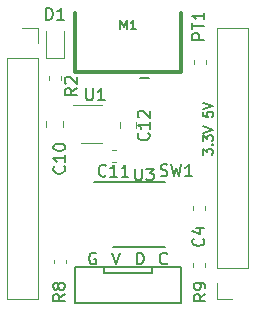
<source format=gto>
G04 #@! TF.GenerationSoftware,KiCad,Pcbnew,(5.1.2)-1*
G04 #@! TF.CreationDate,2020-01-01T10:54:38+09:00*
G04 #@! TF.ProjectId,converter,636f6e76-6572-4746-9572-2e6b69636164,v1.0*
G04 #@! TF.SameCoordinates,Original*
G04 #@! TF.FileFunction,Legend,Top*
G04 #@! TF.FilePolarity,Positive*
%FSLAX46Y46*%
G04 Gerber Fmt 4.6, Leading zero omitted, Abs format (unit mm)*
G04 Created by KiCad (PCBNEW (5.1.2)-1) date 2020-01-01 10:54:38*
%MOMM*%
%LPD*%
G04 APERTURE LIST*
%ADD10C,0.150000*%
%ADD11C,0.120000*%
%ADD12C,0.300000*%
G04 APERTURE END LIST*
D10*
X114361904Y-138980952D02*
X114361904Y-138485714D01*
X114666666Y-138752380D01*
X114666666Y-138638095D01*
X114704761Y-138561904D01*
X114742857Y-138523809D01*
X114819047Y-138485714D01*
X115009523Y-138485714D01*
X115085714Y-138523809D01*
X115123809Y-138561904D01*
X115161904Y-138638095D01*
X115161904Y-138866666D01*
X115123809Y-138942857D01*
X115085714Y-138980952D01*
X115085714Y-138142857D02*
X115123809Y-138104761D01*
X115161904Y-138142857D01*
X115123809Y-138180952D01*
X115085714Y-138142857D01*
X115161904Y-138142857D01*
X114361904Y-137838095D02*
X114361904Y-137342857D01*
X114666666Y-137609523D01*
X114666666Y-137495238D01*
X114704761Y-137419047D01*
X114742857Y-137380952D01*
X114819047Y-137342857D01*
X115009523Y-137342857D01*
X115085714Y-137380952D01*
X115123809Y-137419047D01*
X115161904Y-137495238D01*
X115161904Y-137723809D01*
X115123809Y-137800000D01*
X115085714Y-137838095D01*
X114361904Y-137114285D02*
X115161904Y-136847619D01*
X114361904Y-136580952D01*
X114361904Y-135352380D02*
X114361904Y-135733333D01*
X114742857Y-135771428D01*
X114704761Y-135733333D01*
X114666666Y-135657142D01*
X114666666Y-135466666D01*
X114704761Y-135390476D01*
X114742857Y-135352380D01*
X114819047Y-135314285D01*
X115009523Y-135314285D01*
X115085714Y-135352380D01*
X115123809Y-135390476D01*
X115161904Y-135466666D01*
X115161904Y-135657142D01*
X115123809Y-135733333D01*
X115085714Y-135771428D01*
X114361904Y-135085714D02*
X115161904Y-134819047D01*
X114361904Y-134552380D01*
D11*
X101090000Y-136103422D02*
X101090000Y-136620578D01*
X102510000Y-136103422D02*
X102510000Y-136620578D01*
X106625221Y-138590000D02*
X106950779Y-138590000D01*
X106625221Y-139610000D02*
X106950779Y-139610000D01*
X108710000Y-136203422D02*
X108710000Y-136720578D01*
X107290000Y-136203422D02*
X107290000Y-136720578D01*
X101065000Y-128488000D02*
X101065000Y-130773000D01*
X101065000Y-130773000D02*
X102535000Y-130773000D01*
X102535000Y-130773000D02*
X102535000Y-128488000D01*
D12*
X103500000Y-132000000D02*
X103500000Y-127000000D01*
X112500000Y-132000000D02*
X103500000Y-132000000D01*
X112500000Y-131500000D02*
X112500000Y-132000000D01*
X112500000Y-127000000D02*
X112500000Y-131500000D01*
D10*
X109750000Y-132500000D02*
X109000000Y-132500000D01*
D11*
X114610000Y-131250779D02*
X114610000Y-130925221D01*
X113590000Y-131250779D02*
X113590000Y-130925221D01*
X102310000Y-132325221D02*
X102310000Y-132650779D01*
X101290000Y-132325221D02*
X101290000Y-132650779D01*
X104000000Y-138010000D02*
X105800000Y-138010000D01*
X105800000Y-134790000D02*
X103350000Y-134790000D01*
D10*
X106000000Y-148500000D02*
X106000000Y-149000000D01*
X106000000Y-149000000D02*
X110000000Y-149000000D01*
X110000000Y-149000000D02*
X110000000Y-148500000D01*
X108000000Y-148500000D02*
X112500000Y-148500000D01*
X112500000Y-148500000D02*
X112500000Y-151500000D01*
X112500000Y-151500000D02*
X103500000Y-151500000D01*
X103500000Y-151500000D02*
X103500000Y-148500000D01*
X103500000Y-148500000D02*
X108000000Y-148500000D01*
D11*
X99060000Y-128210000D02*
X100390000Y-128210000D01*
X100390000Y-128210000D02*
X100390000Y-129540000D01*
X100390000Y-130810000D02*
X100390000Y-151190000D01*
X97730000Y-151190000D02*
X100390000Y-151190000D01*
X97730000Y-130810000D02*
X97730000Y-151190000D01*
X97730000Y-130810000D02*
X100390000Y-130810000D01*
X118170000Y-148590000D02*
X115510000Y-148590000D01*
X118170000Y-148590000D02*
X118170000Y-128210000D01*
X118170000Y-128210000D02*
X115510000Y-128210000D01*
X115510000Y-148590000D02*
X115510000Y-128210000D01*
X115510000Y-151190000D02*
X115510000Y-149860000D01*
X116840000Y-151190000D02*
X115510000Y-151190000D01*
X102710000Y-147849221D02*
X102710000Y-148174779D01*
X101690000Y-147849221D02*
X101690000Y-148174779D01*
X114510000Y-148124721D02*
X114510000Y-148450279D01*
X113490000Y-148124721D02*
X113490000Y-148450279D01*
D10*
X106700000Y-146825000D02*
X111100000Y-146825000D01*
X105125000Y-141300000D02*
X111100000Y-141300000D01*
D11*
X113490000Y-143650779D02*
X113490000Y-143325221D01*
X114510000Y-143650779D02*
X114510000Y-143325221D01*
D10*
X102577142Y-139952857D02*
X102624761Y-140000476D01*
X102672380Y-140143333D01*
X102672380Y-140238571D01*
X102624761Y-140381428D01*
X102529523Y-140476666D01*
X102434285Y-140524285D01*
X102243809Y-140571904D01*
X102100952Y-140571904D01*
X101910476Y-140524285D01*
X101815238Y-140476666D01*
X101720000Y-140381428D01*
X101672380Y-140238571D01*
X101672380Y-140143333D01*
X101720000Y-140000476D01*
X101767619Y-139952857D01*
X102672380Y-139000476D02*
X102672380Y-139571904D01*
X102672380Y-139286190D02*
X101672380Y-139286190D01*
X101815238Y-139381428D01*
X101910476Y-139476666D01*
X101958095Y-139571904D01*
X101672380Y-138381428D02*
X101672380Y-138286190D01*
X101720000Y-138190952D01*
X101767619Y-138143333D01*
X101862857Y-138095714D01*
X102053333Y-138048095D01*
X102291428Y-138048095D01*
X102481904Y-138095714D01*
X102577142Y-138143333D01*
X102624761Y-138190952D01*
X102672380Y-138286190D01*
X102672380Y-138381428D01*
X102624761Y-138476666D01*
X102577142Y-138524285D01*
X102481904Y-138571904D01*
X102291428Y-138619523D01*
X102053333Y-138619523D01*
X101862857Y-138571904D01*
X101767619Y-138524285D01*
X101720000Y-138476666D01*
X101672380Y-138381428D01*
X106127142Y-140727142D02*
X106079523Y-140774761D01*
X105936666Y-140822380D01*
X105841428Y-140822380D01*
X105698571Y-140774761D01*
X105603333Y-140679523D01*
X105555714Y-140584285D01*
X105508095Y-140393809D01*
X105508095Y-140250952D01*
X105555714Y-140060476D01*
X105603333Y-139965238D01*
X105698571Y-139870000D01*
X105841428Y-139822380D01*
X105936666Y-139822380D01*
X106079523Y-139870000D01*
X106127142Y-139917619D01*
X107079523Y-140822380D02*
X106508095Y-140822380D01*
X106793809Y-140822380D02*
X106793809Y-139822380D01*
X106698571Y-139965238D01*
X106603333Y-140060476D01*
X106508095Y-140108095D01*
X108031904Y-140822380D02*
X107460476Y-140822380D01*
X107746190Y-140822380D02*
X107746190Y-139822380D01*
X107650952Y-139965238D01*
X107555714Y-140060476D01*
X107460476Y-140108095D01*
X109727142Y-137132857D02*
X109774761Y-137180476D01*
X109822380Y-137323333D01*
X109822380Y-137418571D01*
X109774761Y-137561428D01*
X109679523Y-137656666D01*
X109584285Y-137704285D01*
X109393809Y-137751904D01*
X109250952Y-137751904D01*
X109060476Y-137704285D01*
X108965238Y-137656666D01*
X108870000Y-137561428D01*
X108822380Y-137418571D01*
X108822380Y-137323333D01*
X108870000Y-137180476D01*
X108917619Y-137132857D01*
X109822380Y-136180476D02*
X109822380Y-136751904D01*
X109822380Y-136466190D02*
X108822380Y-136466190D01*
X108965238Y-136561428D01*
X109060476Y-136656666D01*
X109108095Y-136751904D01*
X108917619Y-135799523D02*
X108870000Y-135751904D01*
X108822380Y-135656666D01*
X108822380Y-135418571D01*
X108870000Y-135323333D01*
X108917619Y-135275714D01*
X109012857Y-135228095D01*
X109108095Y-135228095D01*
X109250952Y-135275714D01*
X109822380Y-135847142D01*
X109822380Y-135228095D01*
X101061904Y-127552880D02*
X101061904Y-126552880D01*
X101300000Y-126552880D01*
X101442857Y-126600500D01*
X101538095Y-126695738D01*
X101585714Y-126790976D01*
X101633333Y-126981452D01*
X101633333Y-127124309D01*
X101585714Y-127314785D01*
X101538095Y-127410023D01*
X101442857Y-127505261D01*
X101300000Y-127552880D01*
X101061904Y-127552880D01*
X102585714Y-127552880D02*
X102014285Y-127552880D01*
X102300000Y-127552880D02*
X102300000Y-126552880D01*
X102204761Y-126695738D01*
X102109523Y-126790976D01*
X102014285Y-126838595D01*
X107352380Y-128361904D02*
X107352380Y-127561904D01*
X107619047Y-128133333D01*
X107885714Y-127561904D01*
X107885714Y-128361904D01*
X108685714Y-128361904D02*
X108228571Y-128361904D01*
X108457142Y-128361904D02*
X108457142Y-127561904D01*
X108380952Y-127676190D01*
X108304761Y-127752380D01*
X108228571Y-127790476D01*
X114452380Y-129219547D02*
X113452380Y-129219547D01*
X113452380Y-128838595D01*
X113500000Y-128743357D01*
X113547619Y-128695738D01*
X113642857Y-128648119D01*
X113785714Y-128648119D01*
X113880952Y-128695738D01*
X113928571Y-128743357D01*
X113976190Y-128838595D01*
X113976190Y-129219547D01*
X113452380Y-128362404D02*
X113452380Y-127790976D01*
X114452380Y-128076690D02*
X113452380Y-128076690D01*
X114452380Y-126933833D02*
X114452380Y-127505261D01*
X114452380Y-127219547D02*
X113452380Y-127219547D01*
X113595238Y-127314785D01*
X113690476Y-127410023D01*
X113738095Y-127505261D01*
X103652380Y-133336666D02*
X103176190Y-133670000D01*
X103652380Y-133908095D02*
X102652380Y-133908095D01*
X102652380Y-133527142D01*
X102700000Y-133431904D01*
X102747619Y-133384285D01*
X102842857Y-133336666D01*
X102985714Y-133336666D01*
X103080952Y-133384285D01*
X103128571Y-133431904D01*
X103176190Y-133527142D01*
X103176190Y-133908095D01*
X102747619Y-132955714D02*
X102700000Y-132908095D01*
X102652380Y-132812857D01*
X102652380Y-132574761D01*
X102700000Y-132479523D01*
X102747619Y-132431904D01*
X102842857Y-132384285D01*
X102938095Y-132384285D01*
X103080952Y-132431904D01*
X103652380Y-133003333D01*
X103652380Y-132384285D01*
X104438095Y-133352380D02*
X104438095Y-134161904D01*
X104485714Y-134257142D01*
X104533333Y-134304761D01*
X104628571Y-134352380D01*
X104819047Y-134352380D01*
X104914285Y-134304761D01*
X104961904Y-134257142D01*
X105009523Y-134161904D01*
X105009523Y-133352380D01*
X106009523Y-134352380D02*
X105438095Y-134352380D01*
X105723809Y-134352380D02*
X105723809Y-133352380D01*
X105628571Y-133495238D01*
X105533333Y-133590476D01*
X105438095Y-133638095D01*
X111309523Y-148157142D02*
X111261904Y-148204761D01*
X111119047Y-148252380D01*
X111023809Y-148252380D01*
X110880952Y-148204761D01*
X110785714Y-148109523D01*
X110738095Y-148014285D01*
X110690476Y-147823809D01*
X110690476Y-147680952D01*
X110738095Y-147490476D01*
X110785714Y-147395238D01*
X110880952Y-147300000D01*
X111023809Y-147252380D01*
X111119047Y-147252380D01*
X111261904Y-147300000D01*
X111309523Y-147347619D01*
X108738095Y-148252380D02*
X108738095Y-147252380D01*
X108976190Y-147252380D01*
X109119047Y-147300000D01*
X109214285Y-147395238D01*
X109261904Y-147490476D01*
X109309523Y-147680952D01*
X109309523Y-147823809D01*
X109261904Y-148014285D01*
X109214285Y-148109523D01*
X109119047Y-148204761D01*
X108976190Y-148252380D01*
X108738095Y-148252380D01*
X106666666Y-147252380D02*
X107000000Y-148252380D01*
X107333333Y-147252380D01*
X105261904Y-147300000D02*
X105166666Y-147252380D01*
X105023809Y-147252380D01*
X104880952Y-147300000D01*
X104785714Y-147395238D01*
X104738095Y-147490476D01*
X104690476Y-147680952D01*
X104690476Y-147823809D01*
X104738095Y-148014285D01*
X104785714Y-148109523D01*
X104880952Y-148204761D01*
X105023809Y-148252380D01*
X105119047Y-148252380D01*
X105261904Y-148204761D01*
X105309523Y-148157142D01*
X105309523Y-147823809D01*
X105119047Y-147823809D01*
X102652380Y-150766666D02*
X102176190Y-151100000D01*
X102652380Y-151338095D02*
X101652380Y-151338095D01*
X101652380Y-150957142D01*
X101700000Y-150861904D01*
X101747619Y-150814285D01*
X101842857Y-150766666D01*
X101985714Y-150766666D01*
X102080952Y-150814285D01*
X102128571Y-150861904D01*
X102176190Y-150957142D01*
X102176190Y-151338095D01*
X102080952Y-150195238D02*
X102033333Y-150290476D01*
X101985714Y-150338095D01*
X101890476Y-150385714D01*
X101842857Y-150385714D01*
X101747619Y-150338095D01*
X101700000Y-150290476D01*
X101652380Y-150195238D01*
X101652380Y-150004761D01*
X101700000Y-149909523D01*
X101747619Y-149861904D01*
X101842857Y-149814285D01*
X101890476Y-149814285D01*
X101985714Y-149861904D01*
X102033333Y-149909523D01*
X102080952Y-150004761D01*
X102080952Y-150195238D01*
X102128571Y-150290476D01*
X102176190Y-150338095D01*
X102271428Y-150385714D01*
X102461904Y-150385714D01*
X102557142Y-150338095D01*
X102604761Y-150290476D01*
X102652380Y-150195238D01*
X102652380Y-150004761D01*
X102604761Y-149909523D01*
X102557142Y-149861904D01*
X102461904Y-149814285D01*
X102271428Y-149814285D01*
X102176190Y-149861904D01*
X102128571Y-149909523D01*
X102080952Y-150004761D01*
X114552380Y-150766166D02*
X114076190Y-151099500D01*
X114552380Y-151337595D02*
X113552380Y-151337595D01*
X113552380Y-150956642D01*
X113600000Y-150861404D01*
X113647619Y-150813785D01*
X113742857Y-150766166D01*
X113885714Y-150766166D01*
X113980952Y-150813785D01*
X114028571Y-150861404D01*
X114076190Y-150956642D01*
X114076190Y-151337595D01*
X114552380Y-150289976D02*
X114552380Y-150099500D01*
X114504761Y-150004261D01*
X114457142Y-149956642D01*
X114314285Y-149861404D01*
X114123809Y-149813785D01*
X113742857Y-149813785D01*
X113647619Y-149861404D01*
X113600000Y-149909023D01*
X113552380Y-150004261D01*
X113552380Y-150194738D01*
X113600000Y-150289976D01*
X113647619Y-150337595D01*
X113742857Y-150385214D01*
X113980952Y-150385214D01*
X114076190Y-150337595D01*
X114123809Y-150289976D01*
X114171428Y-150194738D01*
X114171428Y-150004261D01*
X114123809Y-149909023D01*
X114076190Y-149861404D01*
X113980952Y-149813785D01*
X110746666Y-140734761D02*
X110889523Y-140782380D01*
X111127619Y-140782380D01*
X111222857Y-140734761D01*
X111270476Y-140687142D01*
X111318095Y-140591904D01*
X111318095Y-140496666D01*
X111270476Y-140401428D01*
X111222857Y-140353809D01*
X111127619Y-140306190D01*
X110937142Y-140258571D01*
X110841904Y-140210952D01*
X110794285Y-140163333D01*
X110746666Y-140068095D01*
X110746666Y-139972857D01*
X110794285Y-139877619D01*
X110841904Y-139830000D01*
X110937142Y-139782380D01*
X111175238Y-139782380D01*
X111318095Y-139830000D01*
X111651428Y-139782380D02*
X111889523Y-140782380D01*
X112080000Y-140068095D01*
X112270476Y-140782380D01*
X112508571Y-139782380D01*
X113413333Y-140782380D02*
X112841904Y-140782380D01*
X113127619Y-140782380D02*
X113127619Y-139782380D01*
X113032380Y-139925238D01*
X112937142Y-140020476D01*
X112841904Y-140068095D01*
X108588095Y-140142380D02*
X108588095Y-140951904D01*
X108635714Y-141047142D01*
X108683333Y-141094761D01*
X108778571Y-141142380D01*
X108969047Y-141142380D01*
X109064285Y-141094761D01*
X109111904Y-141047142D01*
X109159523Y-140951904D01*
X109159523Y-140142380D01*
X109540476Y-140142380D02*
X110159523Y-140142380D01*
X109826190Y-140523333D01*
X109969047Y-140523333D01*
X110064285Y-140570952D01*
X110111904Y-140618571D01*
X110159523Y-140713809D01*
X110159523Y-140951904D01*
X110111904Y-141047142D01*
X110064285Y-141094761D01*
X109969047Y-141142380D01*
X109683333Y-141142380D01*
X109588095Y-141094761D01*
X109540476Y-141047142D01*
X114357142Y-146066666D02*
X114404761Y-146114285D01*
X114452380Y-146257142D01*
X114452380Y-146352380D01*
X114404761Y-146495238D01*
X114309523Y-146590476D01*
X114214285Y-146638095D01*
X114023809Y-146685714D01*
X113880952Y-146685714D01*
X113690476Y-146638095D01*
X113595238Y-146590476D01*
X113500000Y-146495238D01*
X113452380Y-146352380D01*
X113452380Y-146257142D01*
X113500000Y-146114285D01*
X113547619Y-146066666D01*
X113785714Y-145209523D02*
X114452380Y-145209523D01*
X113404761Y-145447619D02*
X114119047Y-145685714D01*
X114119047Y-145066666D01*
M02*

</source>
